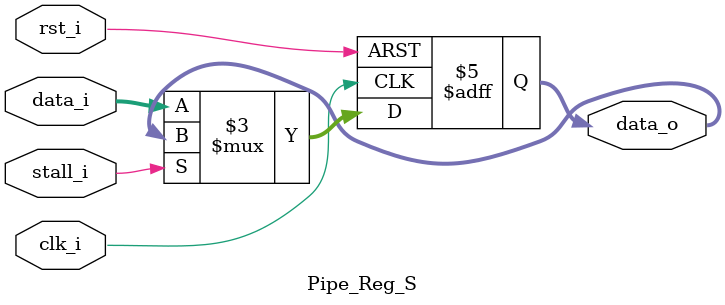
<source format=sv>
module Pipe_Reg_S #(parameter WIDTH=32)(
  clk_i,
  rst_i,
  stall_i,
  data_i,
  data_o
);
//---------------------------------------------------------------------
//        PORTS DECLARATION                             
//---------------------------------------------------------------------
input  logic              clk_i;
input  logic              rst_i;
input  logic            stall_i;
input  logic [WIDTH-1:0] data_i;
output logic [WIDTH-1:0] data_o;

//---------------------------------------------------------------------
//        ALWAYS BLOCK                             
//---------------------------------------------------------------------
always_ff@(posedge clk_i or posedge rst_i)begin
  if(rst_i)       data_o <= {WIDTH{1'b0}};
  else if(stall_i)data_o <= data_o;
  else            data_o <= data_i;
end

endmodule
</source>
